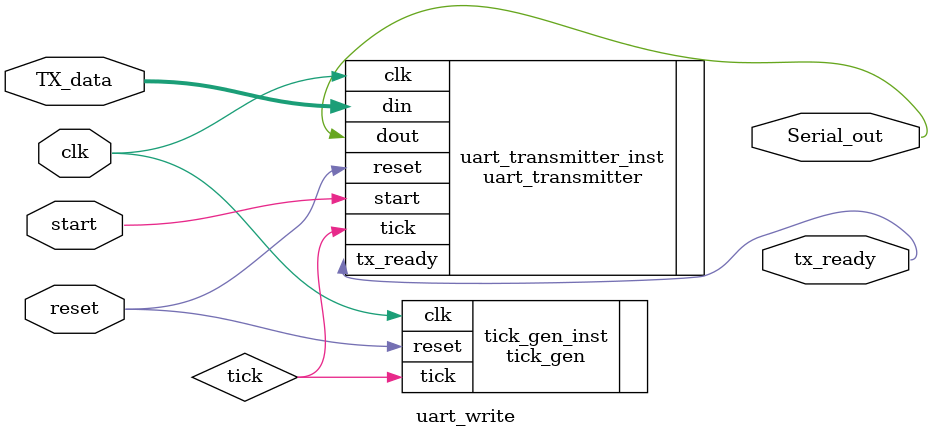
<source format=v>

module uart_write(
    input clk,
    input reset,
    input start,
    input [7:0] TX_data,
    output tx_ready,
    output Serial_out
    );
parameter baudrate = 9600 ;
parameter freq = 50000000 ;
wire tick;
uart_transmitter uart_transmitter_inst (
    .clk(clk), 
    .reset(reset), 
    .tick(tick), 
    .start(start), 
    .din(TX_data), 
    .tx_ready(tx_ready), 
    .dout(Serial_out)
    );
tick_gen#(freq/baudrate) tick_gen_inst (
    .reset(reset), 
    .clk(clk), 
    .tick(tick)
    );

endmodule

</source>
